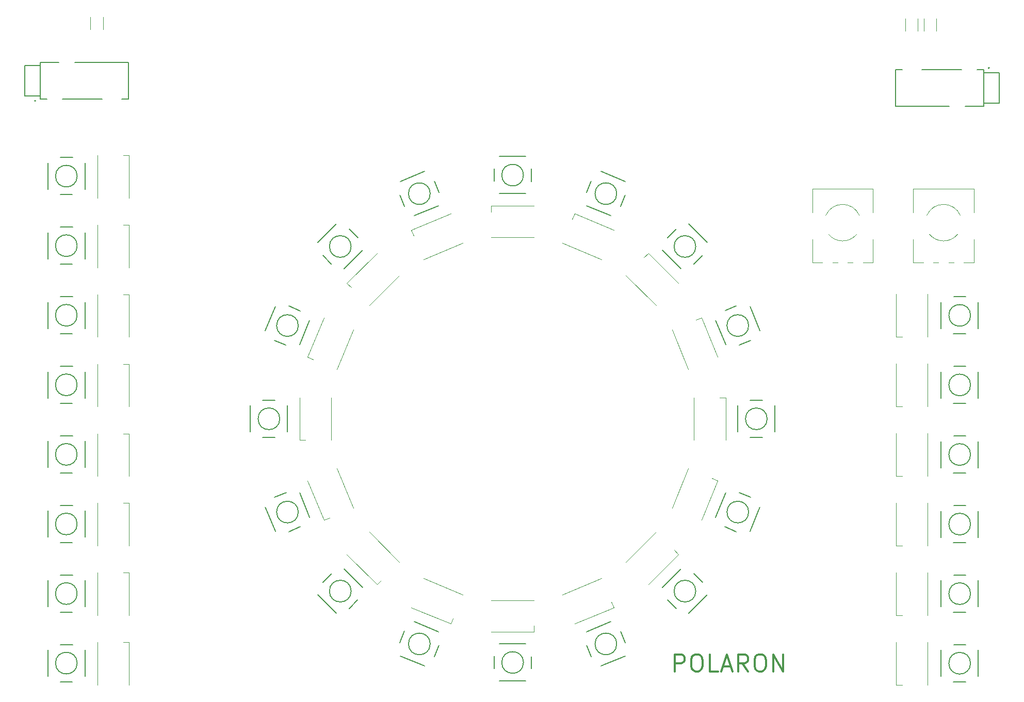
<source format=gto>
G04 #@! TF.FileFunction,Legend,Top*
%FSLAX46Y46*%
G04 Gerber Fmt 4.6, Leading zero omitted, Abs format (unit mm)*
G04 Created by KiCad (PCBNEW 4.0.6) date Thursday, 28. March 2019 'u40' 22:40:51*
%MOMM*%
%LPD*%
G01*
G04 APERTURE LIST*
%ADD10C,0.100000*%
%ADD11C,0.300000*%
%ADD12C,0.120000*%
%ADD13C,0.127000*%
%ADD14C,0.200000*%
%ADD15C,0.203200*%
G04 APERTURE END LIST*
D10*
D11*
X172438534Y-145335467D02*
X172438534Y-142535467D01*
X173505200Y-142535467D01*
X173771867Y-142668800D01*
X173905200Y-142802133D01*
X174038534Y-143068800D01*
X174038534Y-143468800D01*
X173905200Y-143735467D01*
X173771867Y-143868800D01*
X173505200Y-144002133D01*
X172438534Y-144002133D01*
X175771867Y-142535467D02*
X176305200Y-142535467D01*
X176571867Y-142668800D01*
X176838534Y-142935467D01*
X176971867Y-143468800D01*
X176971867Y-144402133D01*
X176838534Y-144935467D01*
X176571867Y-145202133D01*
X176305200Y-145335467D01*
X175771867Y-145335467D01*
X175505200Y-145202133D01*
X175238534Y-144935467D01*
X175105200Y-144402133D01*
X175105200Y-143468800D01*
X175238534Y-142935467D01*
X175505200Y-142668800D01*
X175771867Y-142535467D01*
X179505200Y-145335467D02*
X178171867Y-145335467D01*
X178171867Y-142535467D01*
X180305200Y-144535467D02*
X181638534Y-144535467D01*
X180038534Y-145335467D02*
X180971867Y-142535467D01*
X181905200Y-145335467D01*
X184438534Y-145335467D02*
X183505200Y-144002133D01*
X182838534Y-145335467D02*
X182838534Y-142535467D01*
X183905200Y-142535467D01*
X184171867Y-142668800D01*
X184305200Y-142802133D01*
X184438534Y-143068800D01*
X184438534Y-143468800D01*
X184305200Y-143735467D01*
X184171867Y-143868800D01*
X183905200Y-144002133D01*
X182838534Y-144002133D01*
X186171867Y-142535467D02*
X186705200Y-142535467D01*
X186971867Y-142668800D01*
X187238534Y-142935467D01*
X187371867Y-143468800D01*
X187371867Y-144402133D01*
X187238534Y-144935467D01*
X186971867Y-145202133D01*
X186705200Y-145335467D01*
X186171867Y-145335467D01*
X185905200Y-145202133D01*
X185638534Y-144935467D01*
X185505200Y-144402133D01*
X185505200Y-143468800D01*
X185638534Y-142935467D01*
X185905200Y-142668800D01*
X186171867Y-142535467D01*
X188571867Y-145335467D02*
X188571867Y-142535467D01*
X190171867Y-145335467D01*
X190171867Y-142535467D01*
D12*
X197188268Y-70499818D02*
G75*
G02X202712700Y-70498800I2762432J-1171982D01*
G01*
X202248453Y-73600095D02*
G75*
G02X197652700Y-73599800I-2297753J1928295D01*
G01*
X194989700Y-78231800D02*
X194989700Y-74365800D01*
X194989700Y-69976800D02*
X194989700Y-66111800D01*
X204910700Y-78231800D02*
X204910700Y-74365800D01*
X204910700Y-69976800D02*
X204910700Y-66111800D01*
X194989700Y-78231800D02*
X196625700Y-78231800D01*
X198275700Y-78231800D02*
X199125700Y-78231800D01*
X200775700Y-78231800D02*
X201625700Y-78231800D01*
X203275700Y-78231800D02*
X204910700Y-78231800D01*
X194989700Y-66111800D02*
X204910700Y-66111800D01*
X213761768Y-70499818D02*
G75*
G02X219286200Y-70498800I2762432J-1171982D01*
G01*
X218821953Y-73600095D02*
G75*
G02X214226200Y-73599800I-2297753J1928295D01*
G01*
X211563200Y-78231800D02*
X211563200Y-74365800D01*
X211563200Y-69976800D02*
X211563200Y-66111800D01*
X221484200Y-78231800D02*
X221484200Y-74365800D01*
X221484200Y-69976800D02*
X221484200Y-66111800D01*
X211563200Y-78231800D02*
X213199200Y-78231800D01*
X214849200Y-78231800D02*
X215699200Y-78231800D01*
X217349200Y-78231800D02*
X218199200Y-78231800D01*
X219849200Y-78231800D02*
X221484200Y-78231800D01*
X211563200Y-66111800D02*
X221484200Y-66111800D01*
D13*
X223159200Y-46580800D02*
X223159200Y-47080800D01*
X223159200Y-47080800D02*
X223159200Y-52080800D01*
X223159200Y-52080800D02*
X223159200Y-52580800D01*
X223159200Y-52580800D02*
X220059200Y-52580800D01*
X217459200Y-52580800D02*
X208659200Y-52580800D01*
X208659200Y-52580800D02*
X208659200Y-46580800D01*
X223159200Y-46580800D02*
X222059200Y-46580800D01*
X219459200Y-46580800D02*
X212959200Y-46580800D01*
D14*
X224059200Y-46280800D02*
G75*
G03X224059200Y-46280800I-100000J0D01*
G01*
D13*
X209759200Y-46580800D02*
X208659200Y-46580800D01*
X223159200Y-52080800D02*
X225659200Y-52080800D01*
X225659200Y-52080800D02*
X225659200Y-47080800D01*
X225659200Y-47080800D02*
X223159200Y-47080800D01*
D12*
X122263486Y-122448367D02*
X127213233Y-127398114D01*
X118586531Y-126125322D02*
X123536278Y-131075069D01*
X123536278Y-131075069D02*
X124243385Y-130367963D01*
X77664000Y-147549600D02*
X77664000Y-140549600D01*
X82864000Y-147549600D02*
X82864000Y-140549600D01*
X82864000Y-140549600D02*
X81864000Y-140549600D01*
X77664000Y-136129600D02*
X77664000Y-129129600D01*
X82864000Y-136129600D02*
X82864000Y-129129600D01*
X82864000Y-129129600D02*
X81864000Y-129129600D01*
X77664000Y-124709600D02*
X77664000Y-117709600D01*
X82864000Y-124709600D02*
X82864000Y-117709600D01*
X82864000Y-117709600D02*
X81864000Y-117709600D01*
X77664000Y-113289600D02*
X77664000Y-106289600D01*
X82864000Y-113289600D02*
X82864000Y-106289600D01*
X82864000Y-106289600D02*
X81864000Y-106289600D01*
X77664000Y-101869600D02*
X77664000Y-94869600D01*
X82864000Y-101869600D02*
X82864000Y-94869600D01*
X82864000Y-94869600D02*
X81864000Y-94869600D01*
X77664000Y-90449600D02*
X77664000Y-83449600D01*
X82864000Y-90449600D02*
X82864000Y-83449600D01*
X82864000Y-83449600D02*
X81864000Y-83449600D01*
X77664000Y-79029600D02*
X77664000Y-72029600D01*
X82864000Y-79029600D02*
X82864000Y-72029600D01*
X82864000Y-72029600D02*
X81864000Y-72029600D01*
X77664000Y-67609600D02*
X77664000Y-60609600D01*
X82864000Y-67609600D02*
X82864000Y-60609600D01*
X82864000Y-60609600D02*
X81864000Y-60609600D01*
X213928000Y-140518800D02*
X213928000Y-147518800D01*
X208728000Y-140518800D02*
X208728000Y-147518800D01*
X208728000Y-147518800D02*
X209728000Y-147518800D01*
X213928000Y-129098800D02*
X213928000Y-136098800D01*
X208728000Y-129098800D02*
X208728000Y-136098800D01*
X208728000Y-136098800D02*
X209728000Y-136098800D01*
X213928000Y-117678800D02*
X213928000Y-124678800D01*
X208728000Y-117678800D02*
X208728000Y-124678800D01*
X208728000Y-124678800D02*
X209728000Y-124678800D01*
X213928000Y-106258800D02*
X213928000Y-113258800D01*
X208728000Y-106258800D02*
X208728000Y-113258800D01*
X208728000Y-113258800D02*
X209728000Y-113258800D01*
X213928000Y-94838800D02*
X213928000Y-101838800D01*
X208728000Y-94838800D02*
X208728000Y-101838800D01*
X208728000Y-101838800D02*
X209728000Y-101838800D01*
X213928000Y-83418800D02*
X213928000Y-90418800D01*
X208728000Y-83418800D02*
X208728000Y-90418800D01*
X208728000Y-90418800D02*
X209728000Y-90418800D01*
X142296000Y-133645600D02*
X149296000Y-133645600D01*
X142296000Y-138845600D02*
X149296000Y-138845600D01*
X149296000Y-138845600D02*
X149296000Y-137845600D01*
X153958735Y-132718124D02*
X160425891Y-130039340D01*
X155948689Y-137522298D02*
X162415845Y-134843514D01*
X162415845Y-134843514D02*
X162033162Y-133919634D01*
X164378767Y-127398114D02*
X169328514Y-122448367D01*
X168055722Y-131075069D02*
X173005469Y-126125322D01*
X173005469Y-126125322D02*
X172298363Y-125418215D01*
X171969740Y-118495491D02*
X174648524Y-112028335D01*
X176773914Y-120485445D02*
X179452698Y-114018289D01*
X179452698Y-114018289D02*
X178528818Y-113635605D01*
X175576000Y-107365600D02*
X175576000Y-100365600D01*
X180776000Y-107365600D02*
X180776000Y-100365600D01*
X180776000Y-100365600D02*
X179776000Y-100365600D01*
X174648524Y-95702865D02*
X171969740Y-89235709D01*
X179452698Y-93712911D02*
X176773914Y-87245755D01*
X176773914Y-87245755D02*
X175850034Y-87628438D01*
X169328514Y-85282833D02*
X164378767Y-80333086D01*
X173005469Y-81605878D02*
X168055722Y-76656131D01*
X168055722Y-76656131D02*
X167348615Y-77363237D01*
X160425891Y-77691860D02*
X153958735Y-75013076D01*
X162415845Y-72887686D02*
X155948689Y-70208902D01*
X155948689Y-70208902D02*
X155566005Y-71132782D01*
X149296000Y-74085600D02*
X142296000Y-74085600D01*
X149296000Y-68885600D02*
X142296000Y-68885600D01*
X142296000Y-68885600D02*
X142296000Y-69885600D01*
X137633265Y-75013076D02*
X131166109Y-77691860D01*
X135643311Y-70208902D02*
X129176155Y-72887686D01*
X129176155Y-72887686D02*
X129558838Y-73811566D01*
X127213233Y-80333086D02*
X122263486Y-85282833D01*
X123536278Y-76656131D02*
X118586531Y-81605878D01*
X118586531Y-81605878D02*
X119293637Y-82312985D01*
X119622260Y-89235709D02*
X116943476Y-95702865D01*
X114818086Y-87245755D02*
X112139302Y-93712911D01*
X112139302Y-93712911D02*
X113063182Y-94095595D01*
X116016000Y-100365600D02*
X116016000Y-107365600D01*
X110816000Y-100365600D02*
X110816000Y-107365600D01*
X110816000Y-107365600D02*
X111816000Y-107365600D01*
X116943476Y-112028335D02*
X119622260Y-118495491D01*
X112139302Y-114018289D02*
X114818086Y-120485445D01*
X114818086Y-120485445D02*
X115741966Y-120102762D01*
X131166109Y-130039340D02*
X137633265Y-132718124D01*
X129176155Y-134843514D02*
X135643311Y-137522298D01*
X135643311Y-137522298D02*
X136025995Y-136598418D01*
D15*
X147955000Y-140817600D02*
X143637000Y-140817600D01*
X143637000Y-146913600D02*
X147955000Y-146913600D01*
X148844000Y-142869920D02*
X148844000Y-144881600D01*
X142748000Y-142839440D02*
X142748000Y-144881600D01*
X147574000Y-143865600D02*
G75*
G03X147574000Y-143865600I-1778000J0D01*
G01*
X161931574Y-137178583D02*
X157942262Y-138831010D01*
X160275100Y-144462979D02*
X164264412Y-142810552D01*
X163538292Y-138734474D02*
X164308128Y-140593024D01*
X157894658Y-141039152D02*
X158676159Y-142925862D01*
X162881337Y-140820781D02*
G75*
G03X162881337Y-140820781I-1778000J0D01*
G01*
X173451653Y-128467966D02*
X170398366Y-131521253D01*
X174708889Y-135831776D02*
X177762176Y-132778489D01*
X175531480Y-129290557D02*
X176953953Y-130713030D01*
X171199405Y-133579528D02*
X172643430Y-135023553D01*
X175858271Y-132149871D02*
G75*
G03X175858271Y-132149871I-1778000J0D01*
G01*
X180761410Y-116011862D02*
X179108983Y-120001174D01*
X184740952Y-122334012D02*
X186393379Y-118344700D01*
X182997712Y-115975922D02*
X184856262Y-116745759D01*
X180636714Y-121596227D02*
X182523424Y-122377728D01*
X184529181Y-119172937D02*
G75*
G03X184529181Y-119172937I-1778000J0D01*
G01*
X182748000Y-101706600D02*
X182748000Y-106024600D01*
X188844000Y-106024600D02*
X188844000Y-101706600D01*
X184800320Y-100817600D02*
X186812000Y-100817600D01*
X184769840Y-106913600D02*
X186812000Y-106913600D01*
X187574000Y-103865600D02*
G75*
G03X187574000Y-103865600I-1778000J0D01*
G01*
X179108983Y-87730026D02*
X180761410Y-91719338D01*
X186393379Y-89386500D02*
X184740952Y-85397188D01*
X180664874Y-86123308D02*
X182523424Y-85353472D01*
X182969552Y-91766942D02*
X184856262Y-90985441D01*
X184529181Y-88558263D02*
G75*
G03X184529181Y-88558263I-1778000J0D01*
G01*
X170398366Y-76209947D02*
X173451653Y-79263234D01*
X177762176Y-74952711D02*
X174708889Y-71899424D01*
X171220957Y-74130120D02*
X172643430Y-72707647D01*
X175509928Y-78462195D02*
X176953953Y-77018170D01*
X175858271Y-75581329D02*
G75*
G03X175858271Y-75581329I-1778000J0D01*
G01*
X157942262Y-68900190D02*
X161931574Y-70552617D01*
X164264412Y-64920648D02*
X160275100Y-63268221D01*
X157906322Y-66663888D02*
X158676159Y-64805338D01*
X163526627Y-69024886D02*
X164308128Y-67138176D01*
X162881337Y-66910419D02*
G75*
G03X162881337Y-66910419I-1778000J0D01*
G01*
X143637000Y-66913600D02*
X147955000Y-66913600D01*
X147955000Y-60817600D02*
X143637000Y-60817600D01*
X142748000Y-64861280D02*
X142748000Y-62849600D01*
X148844000Y-64891760D02*
X148844000Y-62849600D01*
X147574000Y-63865600D02*
G75*
G03X147574000Y-63865600I-1778000J0D01*
G01*
X129660426Y-70552617D02*
X133649738Y-68900190D01*
X131316900Y-63268221D02*
X127327588Y-64920648D01*
X128053708Y-68996726D02*
X127283872Y-67138176D01*
X133697342Y-66692048D02*
X132915841Y-64805338D01*
X132266663Y-66910419D02*
G75*
G03X132266663Y-66910419I-1778000J0D01*
G01*
X118140347Y-79263234D02*
X121193634Y-76209947D01*
X116883111Y-71899424D02*
X113829824Y-74952711D01*
X116060520Y-78440643D02*
X114638047Y-77018170D01*
X120392595Y-74151672D02*
X118948570Y-72707647D01*
X119289729Y-75581329D02*
G75*
G03X119289729Y-75581329I-1778000J0D01*
G01*
X110830590Y-91719338D02*
X112483017Y-87730026D01*
X106851048Y-85397188D02*
X105198621Y-89386500D01*
X108594288Y-91755278D02*
X106735738Y-90985441D01*
X110955286Y-86134973D02*
X109068576Y-85353472D01*
X110618819Y-88558263D02*
G75*
G03X110618819Y-88558263I-1778000J0D01*
G01*
X108844000Y-106024600D02*
X108844000Y-101706600D01*
X102748000Y-101706600D02*
X102748000Y-106024600D01*
X106791680Y-106913600D02*
X104780000Y-106913600D01*
X106822160Y-100817600D02*
X104780000Y-100817600D01*
X107574000Y-103865600D02*
G75*
G03X107574000Y-103865600I-1778000J0D01*
G01*
X112483017Y-120001174D02*
X110830590Y-116011862D01*
X105198621Y-118344700D02*
X106851048Y-122334012D01*
X110927126Y-121607892D02*
X109068576Y-122377728D01*
X108622448Y-115964258D02*
X106735738Y-116745759D01*
X110618819Y-119172937D02*
G75*
G03X110618819Y-119172937I-1778000J0D01*
G01*
X121193634Y-131521253D02*
X118140347Y-128467966D01*
X113829824Y-132778489D02*
X116883111Y-135831776D01*
X120371043Y-133601080D02*
X118948570Y-135023553D01*
X116082072Y-129269005D02*
X114638047Y-130713030D01*
X119289729Y-132149871D02*
G75*
G03X119289729Y-132149871I-1778000J0D01*
G01*
X133649738Y-138831010D02*
X129660426Y-137178583D01*
X127327588Y-142810552D02*
X131316900Y-144462979D01*
X133685678Y-141067312D02*
X132915841Y-142925862D01*
X128065373Y-138706314D02*
X127283872Y-140593024D01*
X132266663Y-140820781D02*
G75*
G03X132266663Y-140820781I-1778000J0D01*
G01*
X75595480Y-66187320D02*
X75595480Y-61869320D01*
X69499480Y-61869320D02*
X69499480Y-66187320D01*
X73543160Y-67076320D02*
X71531480Y-67076320D01*
X73573640Y-60980320D02*
X71531480Y-60980320D01*
X74325480Y-64028320D02*
G75*
G03X74325480Y-64028320I-1778000J0D01*
G01*
X75595480Y-77607320D02*
X75595480Y-73289320D01*
X69499480Y-73289320D02*
X69499480Y-77607320D01*
X73543160Y-78496320D02*
X71531480Y-78496320D01*
X73573640Y-72400320D02*
X71531480Y-72400320D01*
X74325480Y-75448320D02*
G75*
G03X74325480Y-75448320I-1778000J0D01*
G01*
X75595480Y-89027320D02*
X75595480Y-84709320D01*
X69499480Y-84709320D02*
X69499480Y-89027320D01*
X73543160Y-89916320D02*
X71531480Y-89916320D01*
X73573640Y-83820320D02*
X71531480Y-83820320D01*
X74325480Y-86868320D02*
G75*
G03X74325480Y-86868320I-1778000J0D01*
G01*
X75595480Y-100447320D02*
X75595480Y-96129320D01*
X69499480Y-96129320D02*
X69499480Y-100447320D01*
X73543160Y-101336320D02*
X71531480Y-101336320D01*
X73573640Y-95240320D02*
X71531480Y-95240320D01*
X74325480Y-98288320D02*
G75*
G03X74325480Y-98288320I-1778000J0D01*
G01*
X75595480Y-111867320D02*
X75595480Y-107549320D01*
X69499480Y-107549320D02*
X69499480Y-111867320D01*
X73543160Y-112756320D02*
X71531480Y-112756320D01*
X73573640Y-106660320D02*
X71531480Y-106660320D01*
X74325480Y-109708320D02*
G75*
G03X74325480Y-109708320I-1778000J0D01*
G01*
X75595480Y-123287320D02*
X75595480Y-118969320D01*
X69499480Y-118969320D02*
X69499480Y-123287320D01*
X73543160Y-124176320D02*
X71531480Y-124176320D01*
X73573640Y-118080320D02*
X71531480Y-118080320D01*
X74325480Y-121128320D02*
G75*
G03X74325480Y-121128320I-1778000J0D01*
G01*
X75595480Y-134707320D02*
X75595480Y-130389320D01*
X69499480Y-130389320D02*
X69499480Y-134707320D01*
X73543160Y-135596320D02*
X71531480Y-135596320D01*
X73573640Y-129500320D02*
X71531480Y-129500320D01*
X74325480Y-132548320D02*
G75*
G03X74325480Y-132548320I-1778000J0D01*
G01*
X75595480Y-146127320D02*
X75595480Y-141809320D01*
X69499480Y-141809320D02*
X69499480Y-146127320D01*
X73543160Y-147016320D02*
X71531480Y-147016320D01*
X73573640Y-140920320D02*
X71531480Y-140920320D01*
X74325480Y-143968320D02*
G75*
G03X74325480Y-143968320I-1778000J0D01*
G01*
X216123520Y-84729320D02*
X216123520Y-89047320D01*
X222219520Y-89047320D02*
X222219520Y-84729320D01*
X218175840Y-83840320D02*
X220187520Y-83840320D01*
X218145360Y-89936320D02*
X220187520Y-89936320D01*
X220949520Y-86888320D02*
G75*
G03X220949520Y-86888320I-1778000J0D01*
G01*
X216123520Y-96149320D02*
X216123520Y-100467320D01*
X222219520Y-100467320D02*
X222219520Y-96149320D01*
X218175840Y-95260320D02*
X220187520Y-95260320D01*
X218145360Y-101356320D02*
X220187520Y-101356320D01*
X220949520Y-98308320D02*
G75*
G03X220949520Y-98308320I-1778000J0D01*
G01*
X216123520Y-107569320D02*
X216123520Y-111887320D01*
X222219520Y-111887320D02*
X222219520Y-107569320D01*
X218175840Y-106680320D02*
X220187520Y-106680320D01*
X218145360Y-112776320D02*
X220187520Y-112776320D01*
X220949520Y-109728320D02*
G75*
G03X220949520Y-109728320I-1778000J0D01*
G01*
X216123520Y-118989320D02*
X216123520Y-123307320D01*
X222219520Y-123307320D02*
X222219520Y-118989320D01*
X218175840Y-118100320D02*
X220187520Y-118100320D01*
X218145360Y-124196320D02*
X220187520Y-124196320D01*
X220949520Y-121148320D02*
G75*
G03X220949520Y-121148320I-1778000J0D01*
G01*
X216123520Y-130409320D02*
X216123520Y-134727320D01*
X222219520Y-134727320D02*
X222219520Y-130409320D01*
X218175840Y-129520320D02*
X220187520Y-129520320D01*
X218145360Y-135616320D02*
X220187520Y-135616320D01*
X220949520Y-132568320D02*
G75*
G03X220949520Y-132568320I-1778000J0D01*
G01*
X216123520Y-141829320D02*
X216123520Y-146147320D01*
X222219520Y-146147320D02*
X222219520Y-141829320D01*
X218175840Y-140940320D02*
X220187520Y-140940320D01*
X218145360Y-147036320D02*
X220187520Y-147036320D01*
X220949520Y-143988320D02*
G75*
G03X220949520Y-143988320I-1778000J0D01*
G01*
D12*
X215345200Y-40166800D02*
X215345200Y-38166800D01*
X213305200Y-38166800D02*
X213305200Y-40166800D01*
X212297200Y-40166800D02*
X212297200Y-38166800D01*
X210257200Y-38166800D02*
X210257200Y-40166800D01*
D13*
X68229600Y-51361600D02*
X68229600Y-50861600D01*
X68229600Y-50861600D02*
X68229600Y-45861600D01*
X68229600Y-45861600D02*
X68229600Y-45361600D01*
X68229600Y-45361600D02*
X71329600Y-45361600D01*
X73929600Y-45361600D02*
X82729600Y-45361600D01*
X82729600Y-45361600D02*
X82729600Y-51361600D01*
X68229600Y-51361600D02*
X69329600Y-51361600D01*
X71929600Y-51361600D02*
X78429600Y-51361600D01*
D14*
X67529600Y-51661600D02*
G75*
G03X67529600Y-51661600I-100000J0D01*
G01*
D13*
X81629600Y-51361600D02*
X82729600Y-51361600D01*
X68229600Y-45861600D02*
X65729600Y-45861600D01*
X65729600Y-45861600D02*
X65729600Y-50861600D01*
X65729600Y-50861600D02*
X68229600Y-50861600D01*
D12*
X76476200Y-39944800D02*
X76476200Y-37944800D01*
X78616200Y-37944800D02*
X78616200Y-39944800D01*
M02*

</source>
